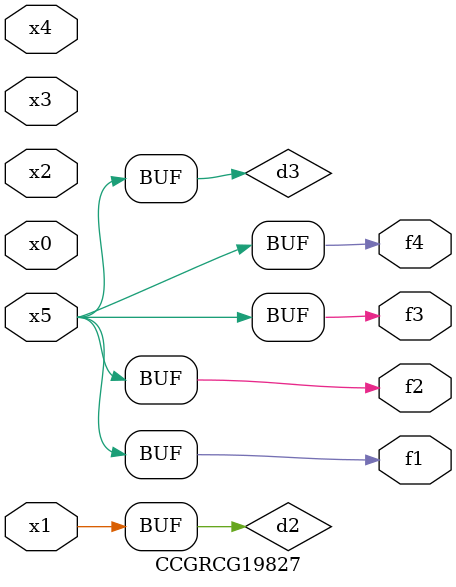
<source format=v>
module CCGRCG19827(
	input x0, x1, x2, x3, x4, x5,
	output f1, f2, f3, f4
);

	wire d1, d2, d3;

	not (d1, x5);
	or (d2, x1);
	xnor (d3, d1);
	assign f1 = d3;
	assign f2 = d3;
	assign f3 = d3;
	assign f4 = d3;
endmodule

</source>
